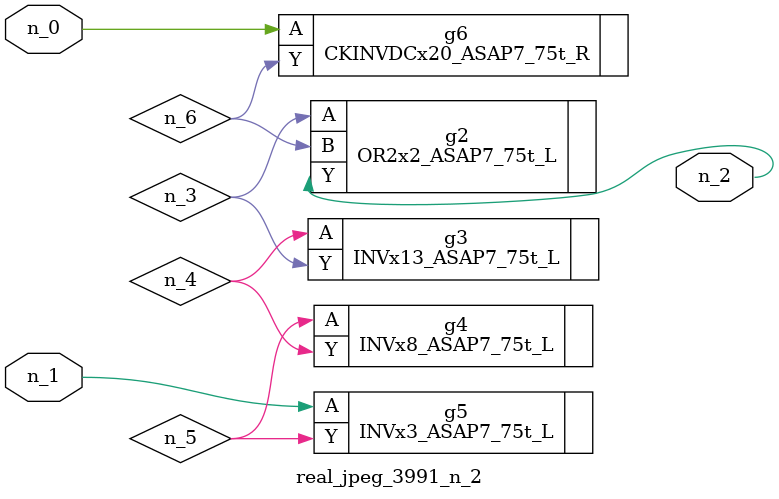
<source format=v>
module real_jpeg_3991_n_2 (n_1, n_0, n_2);

input n_1;
input n_0;

output n_2;

wire n_5;
wire n_4;
wire n_6;
wire n_3;

CKINVDCx20_ASAP7_75t_R g6 ( 
.A(n_0),
.Y(n_6)
);

INVx3_ASAP7_75t_L g5 ( 
.A(n_1),
.Y(n_5)
);

OR2x2_ASAP7_75t_L g2 ( 
.A(n_3),
.B(n_6),
.Y(n_2)
);

INVx13_ASAP7_75t_L g3 ( 
.A(n_4),
.Y(n_3)
);

INVx8_ASAP7_75t_L g4 ( 
.A(n_5),
.Y(n_4)
);


endmodule
</source>
